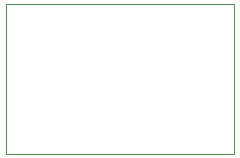
<source format=gbr>
G04 #@! TF.GenerationSoftware,KiCad,Pcbnew,(5.1.5)-3*
G04 #@! TF.CreationDate,2020-12-21T13:20:03+01:00*
G04 #@! TF.ProjectId,epimetheus_mlx90614,6570696d-6574-4686-9575-735f6d6c7839,rev?*
G04 #@! TF.SameCoordinates,Original*
G04 #@! TF.FileFunction,Profile,NP*
%FSLAX46Y46*%
G04 Gerber Fmt 4.6, Leading zero omitted, Abs format (unit mm)*
G04 Created by KiCad (PCBNEW (5.1.5)-3) date 2020-12-21 13:20:03*
%MOMM*%
%LPD*%
G04 APERTURE LIST*
%ADD10C,0.050000*%
G04 APERTURE END LIST*
D10*
X181102000Y-37338000D02*
X181102000Y-24638000D01*
X161798000Y-37338000D02*
X181102000Y-37338000D01*
X161798000Y-24638000D02*
X161798000Y-37338000D01*
X181102000Y-24638000D02*
X161798000Y-24638000D01*
M02*

</source>
